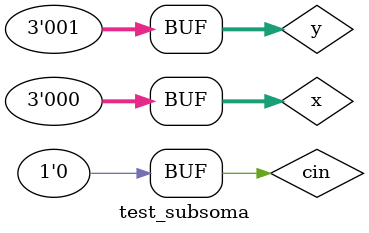
<source format=v>

module fullAdder (soma, cout, a, b, cin);
	input a, b, cin;
	output soma, cout;
	wire s1, c1, c2;
	
	xor (s1, a, b);
	and (c1, a, b);
	xor (soma, s1, cin);
	and (c2, s1, cin);
	or (cout, c1, c2);
endmodule

// -------------------------
// full adder 3bits
// -------------------------
module fullAdder3 (soma, cout, a, b, cin);
	output [2:0] soma;
	output  cout;
	input [2:0] a, b;
	input cin;
	wire c3, c2, c1;
	
	  fullAdder  fa0 (soma[0], c1, a[0], b[0], cin);
	  fullAdder  fa1 (soma[1], c2, a[1], b[1], c1);
	  fullAdder  fa2 (soma[2], cout, a[2], b[2], c2);
endmodule

// -------------------------
// Zero Flag
// -------------------------
module zeroflag(output s, input[2:0] entrada);
	nor(s,entrada[0],entrada[1],entrada[2]);
endmodule

module AU(output[2:0] s, output cout, input[2:0] a,input[2:0] b, input cin);
	wire[2:0] s1, s2;
	wire c1, c2;
	
	fullAdder3 fa1(s2,c2,a,b,cin);
	
	assign s = s2;
	assign cout = c2;
endmodule

module test_subsoma;
	// ------------------------- definir dados
	reg [2:0] x;
	reg [2:0] y;
	reg cin;
	wire zf;
	wire cout;
	wire[2:0] resultado;
	
	AU au1(resultado, cout, x, y, cin);
	zeroflag zf1(zf, resultado);
	// ------------------------- parte principal
	initial begin
		$display("Exemplo0033 - Marcio Enio Gonçalves Dutra Junior - 441698");
		$display("Test");
		
		cin = 0;
		#1 x = 3'b000; y = 3'b001;
		
		$monitor ("%b + %b = %b		Zero: %b",x,y,resultado,zf);
		#1 x = 3'b000;
		#1 x = 3'b010;
		#1 x = 3'b001;
		#1 x = 3'b001;
		#1 x = 3'b000;
		#1 x = 3'b110;
		#1 x = 3'b000;
	end
endmodule


</source>
